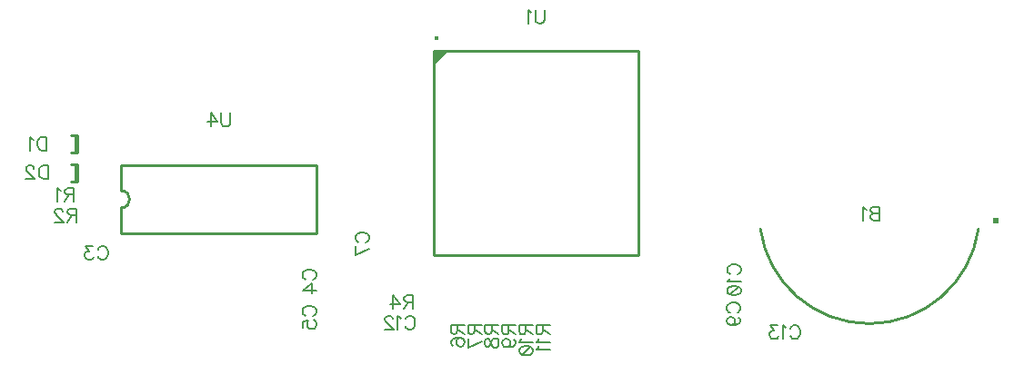
<source format=gbr>
G04 DipTrace 2.4.0.2*
%INBottomSilk.gbr*%
%MOIN*%
%ADD10C,0.0098*%
%ADD14C,0.0157*%
%ADD18C,0.0237*%
%ADD76C,0.0077*%
%FSLAX44Y44*%
G04*
G70*
G90*
G75*
G01*
%LNBotSilk*%
%LPD*%
D18*
X41991Y12812D3*
X33347Y12505D2*
D10*
G03X41340Y12486I3998J552D01*
G01*
X8317Y15940D2*
X8081D1*
X8317Y15311D2*
X8081D1*
X8242D2*
Y15940D1*
X8317Y15311D2*
Y15940D1*
Y14878D2*
X8081D1*
X8317Y14248D2*
X8081D1*
X8242D2*
Y14878D1*
X8317Y14248D2*
Y14878D1*
X21394Y19027D2*
X28874D1*
Y11550D1*
X21394D1*
Y19027D1*
D14*
X21472Y19500D3*
G36*
X21394Y19027D2*
X21906D1*
X21394Y18517D1*
Y19027D1*
G37*
X9918Y14848D2*
D10*
X17083D1*
X9918Y12328D2*
X17083D1*
Y14848D2*
Y12328D1*
X9918Y14848D2*
Y13903D1*
Y13273D2*
Y12328D1*
Y13903D2*
G02X9918Y13273I0J-315D01*
G01*
X37721Y13310D2*
D76*
Y12807D1*
X37505D1*
X37433Y12832D1*
X37410Y12856D1*
X37386Y12903D1*
Y12975D1*
X37410Y13023D1*
X37433Y13047D1*
X37505Y13070D1*
X37433Y13095D1*
X37410Y13119D1*
X37386Y13166D1*
Y13214D1*
X37410Y13262D1*
X37433Y13286D1*
X37505Y13310D1*
X37721D1*
Y13070D2*
X37505D1*
X37231Y13214D2*
X37183Y13238D1*
X37111Y13309D1*
Y12807D1*
X9071Y11751D2*
X9095Y11798D1*
X9143Y11846D1*
X9190Y11870D1*
X9286D1*
X9334Y11846D1*
X9382Y11798D1*
X9406Y11751D1*
X9430Y11679D1*
Y11559D1*
X9406Y11488D1*
X9382Y11440D1*
X9334Y11392D1*
X9286Y11368D1*
X9190D1*
X9143Y11392D1*
X9095Y11440D1*
X9071Y11488D1*
X8869Y11870D2*
X8606D1*
X8749Y11678D1*
X8677D1*
X8630Y11655D1*
X8606Y11631D1*
X8582Y11559D1*
Y11511D1*
X8606Y11440D1*
X8654Y11392D1*
X8725Y11368D1*
X8797D1*
X8869Y11392D1*
X8892Y11416D1*
X8917Y11463D1*
X16688Y10646D2*
X16640Y10669D1*
X16592Y10718D1*
X16568Y10765D1*
Y10861D1*
X16592Y10909D1*
X16640Y10956D1*
X16688Y10981D1*
X16760Y11004D1*
X16880D1*
X16951Y10981D1*
X16999Y10956D1*
X17047Y10909D1*
X17071Y10861D1*
Y10765D1*
X17047Y10718D1*
X16999Y10669D1*
X16951Y10646D1*
X17071Y10252D2*
X16569D1*
X16903Y10491D1*
Y10133D1*
X16688Y9309D2*
X16640Y9333D1*
X16592Y9381D1*
X16568Y9429D1*
Y9524D1*
X16592Y9572D1*
X16640Y9620D1*
X16688Y9644D1*
X16760Y9668D1*
X16880D1*
X16951Y9644D1*
X16999Y9620D1*
X17047Y9572D1*
X17071Y9524D1*
Y9429D1*
X17047Y9381D1*
X16999Y9333D1*
X16951Y9309D1*
X16569Y8868D2*
Y9107D1*
X16784Y9131D1*
X16760Y9107D1*
X16736Y9035D1*
Y8964D1*
X16760Y8892D1*
X16808Y8844D1*
X16880Y8820D1*
X16927D1*
X16999Y8844D1*
X17047Y8892D1*
X17071Y8964D1*
Y9035D1*
X17047Y9107D1*
X17023Y9131D1*
X16975Y9155D1*
X18625Y12009D2*
X18578Y12033D1*
X18530Y12081D1*
X18506Y12128D1*
Y12224D1*
X18530Y12272D1*
X18578Y12320D1*
X18625Y12344D1*
X18697Y12368D1*
X18817D1*
X18889Y12344D1*
X18937Y12320D1*
X18984Y12272D1*
X19008Y12224D1*
Y12128D1*
X18984Y12081D1*
X18937Y12033D1*
X18889Y12009D1*
X19008Y11759D2*
X18507Y11520D1*
Y11855D1*
X32234Y9429D2*
X32187Y9452D1*
X32139Y9500D1*
X32115Y9548D1*
Y9644D1*
X32139Y9692D1*
X32187Y9739D1*
X32234Y9763D1*
X32306Y9787D1*
X32426D1*
X32497Y9763D1*
X32546Y9739D1*
X32593Y9692D1*
X32617Y9644D1*
Y9548D1*
X32593Y9500D1*
X32546Y9452D1*
X32497Y9429D1*
X32282Y8963D2*
X32354Y8987D1*
X32402Y9035D1*
X32426Y9107D1*
Y9130D1*
X32402Y9202D1*
X32354Y9250D1*
X32282Y9274D1*
X32259D1*
X32187Y9250D1*
X32139Y9202D1*
X32116Y9130D1*
Y9107D1*
X32139Y9035D1*
X32187Y8987D1*
X32282Y8963D1*
X32402D1*
X32522Y8987D1*
X32594Y9035D1*
X32617Y9107D1*
Y9154D1*
X32594Y9226D1*
X32546Y9250D1*
X32252Y10834D2*
X32204Y10857D1*
X32156Y10905D1*
X32132Y10953D1*
Y11049D1*
X32156Y11097D1*
X32204Y11144D1*
X32252Y11168D1*
X32324Y11192D1*
X32444D1*
X32515Y11168D1*
X32563Y11144D1*
X32611Y11097D1*
X32635Y11049D1*
Y10953D1*
X32611Y10905D1*
X32563Y10857D1*
X32515Y10834D1*
X32229Y10679D2*
X32204Y10631D1*
X32133Y10559D1*
X32635D1*
X32133Y10261D2*
X32157Y10333D1*
X32229Y10381D1*
X32348Y10405D1*
X32420D1*
X32539Y10381D1*
X32611Y10333D1*
X32635Y10261D1*
Y10214D1*
X32611Y10142D1*
X32539Y10094D1*
X32420Y10070D1*
X32348D1*
X32229Y10094D1*
X32157Y10142D1*
X32133Y10214D1*
Y10261D1*
X32229Y10094D2*
X32539Y10381D1*
X20335Y9188D2*
X20358Y9236D1*
X20407Y9284D1*
X20454Y9307D1*
X20550D1*
X20598Y9284D1*
X20645Y9236D1*
X20670Y9188D1*
X20693Y9116D1*
Y8996D1*
X20670Y8925D1*
X20645Y8877D1*
X20598Y8829D1*
X20550Y8805D1*
X20454D1*
X20407Y8829D1*
X20358Y8877D1*
X20335Y8925D1*
X20180Y9211D2*
X20132Y9236D1*
X20060Y9307D1*
Y8805D1*
X19882Y9188D2*
Y9211D1*
X19858Y9259D1*
X19834Y9283D1*
X19786Y9307D1*
X19690D1*
X19643Y9283D1*
X19619Y9259D1*
X19595Y9211D1*
Y9164D1*
X19619Y9116D1*
X19667Y9044D1*
X19906Y8805D1*
X19571D1*
X34446Y8841D2*
X34470Y8889D1*
X34518Y8937D1*
X34566Y8961D1*
X34661D1*
X34709Y8937D1*
X34757Y8889D1*
X34781Y8841D1*
X34805Y8770D1*
Y8650D1*
X34781Y8578D1*
X34757Y8530D1*
X34709Y8483D1*
X34661Y8458D1*
X34566D1*
X34518Y8483D1*
X34470Y8530D1*
X34446Y8578D1*
X34292Y8865D2*
X34244Y8889D1*
X34172Y8960D1*
Y8458D1*
X33969Y8960D2*
X33707D1*
X33850Y8769D1*
X33778D1*
X33731Y8745D1*
X33707Y8721D1*
X33682Y8650D1*
Y8602D1*
X33707Y8530D1*
X33754Y8482D1*
X33826Y8458D1*
X33898D1*
X33969Y8482D1*
X33993Y8506D1*
X34017Y8554D1*
X7192Y15881D2*
Y15379D1*
X7025D1*
X6953Y15403D1*
X6905Y15451D1*
X6881Y15499D1*
X6857Y15570D1*
Y15690D1*
X6881Y15762D1*
X6905Y15810D1*
X6953Y15858D1*
X7025Y15881D1*
X7192D1*
X6703Y15785D2*
X6655Y15810D1*
X6583Y15881D1*
Y15379D1*
X7235Y14832D2*
Y14329D1*
X7067D1*
X6996Y14354D1*
X6947Y14401D1*
X6924Y14449D1*
X6900Y14521D1*
Y14640D1*
X6924Y14712D1*
X6947Y14760D1*
X6996Y14808D1*
X7067Y14832D1*
X7235D1*
X6721Y14712D2*
Y14736D1*
X6697Y14784D1*
X6674Y14807D1*
X6626Y14831D1*
X6530D1*
X6482Y14807D1*
X6459Y14784D1*
X6434Y14736D1*
Y14688D1*
X6459Y14640D1*
X6506Y14569D1*
X6746Y14329D1*
X6411D1*
X8185Y13756D2*
X7970D1*
X7899Y13781D1*
X7874Y13805D1*
X7850Y13852D1*
Y13900D1*
X7874Y13948D1*
X7899Y13972D1*
X7970Y13996D1*
X8185D1*
Y13493D1*
X8018Y13756D2*
X7850Y13493D1*
X7696Y13900D2*
X7648Y13924D1*
X7576Y13995D1*
Y13493D1*
X8293Y13006D2*
X8078D1*
X8006Y13031D1*
X7982Y13054D1*
X7958Y13102D1*
Y13150D1*
X7982Y13198D1*
X8006Y13222D1*
X8078Y13246D1*
X8293D1*
Y12743D1*
X8125Y13006D2*
X7958Y12743D1*
X7779Y13126D2*
Y13150D1*
X7755Y13198D1*
X7732Y13221D1*
X7684Y13245D1*
X7588D1*
X7540Y13221D1*
X7517Y13198D1*
X7492Y13150D1*
Y13102D1*
X7517Y13054D1*
X7564Y12983D1*
X7804Y12743D1*
X7469D1*
X20619Y9818D2*
X20404D1*
X20332Y9843D1*
X20308Y9866D1*
X20284Y9914D1*
Y9962D1*
X20308Y10009D1*
X20332Y10034D1*
X20404Y10058D1*
X20619D1*
Y9555D1*
X20451Y9818D2*
X20284Y9555D1*
X19890D2*
Y10057D1*
X20129Y9723D1*
X19771D1*
X22244Y8983D2*
Y8768D1*
X22220Y8696D1*
X22196Y8672D1*
X22148Y8648D1*
X22100D1*
X22053Y8672D1*
X22028Y8696D1*
X22005Y8768D1*
Y8983D1*
X22507D1*
X22244Y8816D2*
X22507Y8648D1*
X22076Y8207D2*
X22029Y8231D1*
X22005Y8303D1*
Y8350D1*
X22029Y8422D1*
X22101Y8470D1*
X22220Y8494D1*
X22339D1*
X22435Y8470D1*
X22483Y8422D1*
X22507Y8350D1*
Y8326D1*
X22483Y8255D1*
X22435Y8207D1*
X22363Y8183D1*
X22339D1*
X22268Y8207D1*
X22220Y8255D1*
X22196Y8326D1*
Y8350D1*
X22220Y8422D1*
X22268Y8470D1*
X22339Y8494D1*
X22869Y8969D2*
Y8754D1*
X22845Y8682D1*
X22821Y8658D1*
X22773Y8634D1*
X22725D1*
X22678Y8658D1*
X22653Y8682D1*
X22630Y8754D1*
Y8969D1*
X23132D1*
X22869Y8801D2*
X23132Y8634D1*
Y8384D2*
X22630Y8144D1*
Y8479D1*
X23496Y8968D2*
Y8753D1*
X23472Y8682D1*
X23448Y8657D1*
X23400Y8634D1*
X23352D1*
X23305Y8657D1*
X23280Y8682D1*
X23257Y8753D1*
Y8968D1*
X23759D1*
X23496Y8801D2*
X23759Y8634D1*
X23257Y8360D2*
X23281Y8431D1*
X23328Y8455D1*
X23377D1*
X23424Y8431D1*
X23448Y8384D1*
X23472Y8288D1*
X23496Y8216D1*
X23544Y8169D1*
X23592Y8145D1*
X23663D1*
X23711Y8169D1*
X23735Y8192D1*
X23759Y8264D1*
Y8360D1*
X23735Y8431D1*
X23711Y8455D1*
X23663Y8479D1*
X23592D1*
X23544Y8455D1*
X23496Y8407D1*
X23472Y8336D1*
X23448Y8240D1*
X23424Y8192D1*
X23377Y8169D1*
X23328D1*
X23281Y8192D1*
X23257Y8264D1*
Y8360D1*
X24121Y8957D2*
Y8742D1*
X24097Y8670D1*
X24073Y8646D1*
X24025Y8622D1*
X23977D1*
X23930Y8646D1*
X23905Y8670D1*
X23882Y8742D1*
Y8957D1*
X24384D1*
X24121Y8789D2*
X24384Y8622D1*
X24049Y8156D2*
X24121Y8181D1*
X24169Y8228D1*
X24193Y8300D1*
Y8324D1*
X24169Y8396D1*
X24121Y8443D1*
X24049Y8468D1*
X24025D1*
X23954Y8443D1*
X23906Y8396D1*
X23882Y8324D1*
Y8300D1*
X23906Y8228D1*
X23954Y8181D1*
X24049Y8156D1*
X24169D1*
X24288Y8181D1*
X24360Y8228D1*
X24384Y8300D1*
Y8348D1*
X24360Y8419D1*
X24312Y8443D1*
X24753Y8958D2*
Y8743D1*
X24728Y8672D1*
X24705Y8647D1*
X24657Y8623D1*
X24609D1*
X24561Y8647D1*
X24537Y8672D1*
X24513Y8743D1*
Y8958D1*
X25016D1*
X24753Y8791D2*
X25016Y8623D1*
X24610Y8469D2*
X24585Y8421D1*
X24514Y8349D1*
X25016D1*
X24514Y8051D2*
X24538Y8123D1*
X24610Y8171D1*
X24729Y8195D1*
X24801D1*
X24920Y8171D1*
X24992Y8123D1*
X25016Y8051D1*
Y8003D1*
X24992Y7932D1*
X24920Y7884D1*
X24801Y7860D1*
X24729D1*
X24610Y7884D1*
X24538Y7932D1*
X24514Y8003D1*
Y8051D1*
X24610Y7884D2*
X24920Y8171D1*
X25371Y8956D2*
Y8741D1*
X25347Y8669D1*
X25323Y8645D1*
X25275Y8621D1*
X25227D1*
X25180Y8645D1*
X25156Y8669D1*
X25132Y8741D1*
Y8956D1*
X25634D1*
X25371Y8788D2*
X25634Y8621D1*
X25228Y8467D2*
X25204Y8418D1*
X25132Y8347D1*
X25634D1*
X25228Y8192D2*
X25204Y8144D1*
X25132Y8072D1*
X25634D1*
X25438Y20548D2*
Y20190D1*
X25415Y20118D1*
X25367Y20070D1*
X25295Y20046D1*
X25247D1*
X25175Y20070D1*
X25127Y20118D1*
X25103Y20190D1*
Y20548D1*
X24949Y20452D2*
X24901Y20476D1*
X24829Y20548D1*
Y20046D1*
X13924Y16761D2*
Y16402D1*
X13900Y16330D1*
X13852Y16283D1*
X13780Y16259D1*
X13733D1*
X13661Y16283D1*
X13613Y16330D1*
X13589Y16402D1*
Y16761D1*
X13196Y16259D2*
Y16760D1*
X13435Y16426D1*
X13076D1*
M02*

</source>
